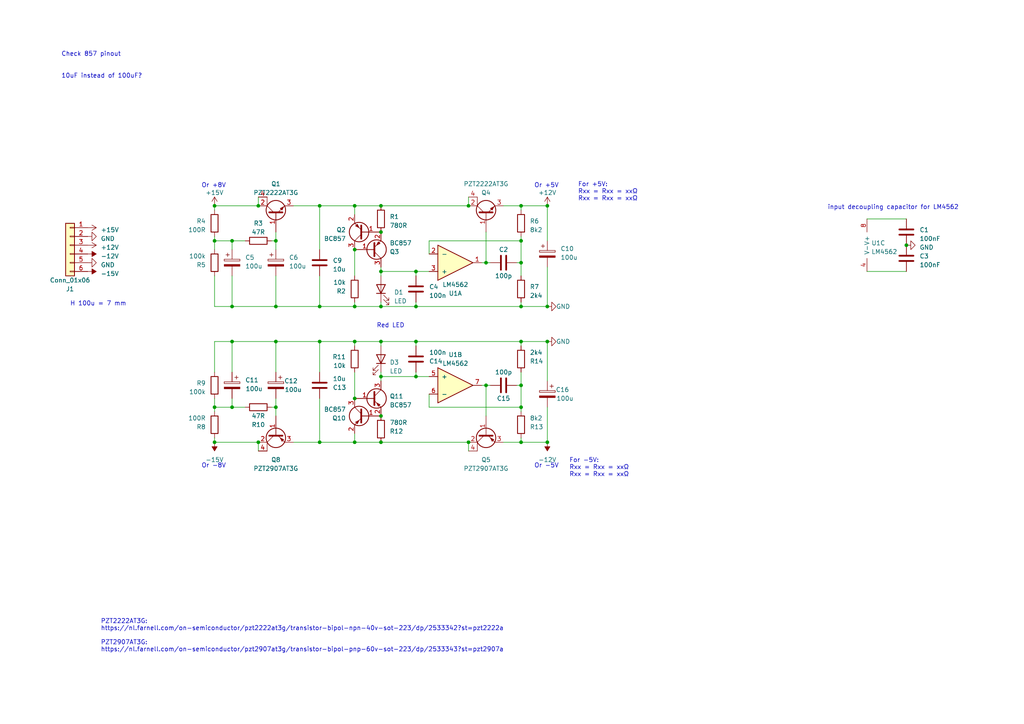
<source format=kicad_sch>
(kicad_sch (version 20230121) (generator eeschema)
  (paper "A4")
  (lib_symbols
    (symbol "Audio_DSP:LM4562" (pin_names (offset 1.016))
      (property "Reference" "U" (at 1.27 6.35 0))
      (property "Value" "LM4562" (at 3.81 3.81 0))
      (symbol "LM4562_1_1"
        (polyline (pts (xy -3.81 5.08) (xy 6.35 0) (xy -3.81 -5.08) (xy -3.81 5.08)) (stroke (width 0.254)) (fill (type background)))
        (pin output line (at 8.89 0 180) (length 2.54) (name "~") (number "1"))
        (pin input line (at -6.35 -2.54 0) (length 2.54) (name "-") (number "2"))
        (pin input line (at -6.35 2.54 0) (length 2.54) (name "+") (number "3"))
      )
      (symbol "LM4562_2_1"
        (polyline (pts (xy -3.81 5.08) (xy 6.35 0) (xy -3.81 -5.08) (xy -3.81 5.08)) (stroke (width 0.254)) (fill (type background)))
        (pin input line (at -6.35 2.54 0) (length 2.54) (name "+") (number "5"))
        (pin input line (at -6.35 -2.54 0) (length 2.54) (name "-") (number "6"))
        (pin output line (at 8.89 0 180) (length 2.54) (name "~") (number "7"))
      )
      (symbol "LM4562_3_1"
        (pin power_in line (at 0 -7.62 90) (length 3.81) (name "V-") (number "4"))
        (pin power_in line (at 0 7.62 270) (length 3.81) (name "V+") (number "8"))
      )
    )
    (symbol "Audio_DSP:PZT2222AT3G"
      (property "Reference" "Q" (at 6.35 1.27 0))
      (property "Value" "PZT2222AT3G" (at 11.43 -1.27 0))
      (symbol "PZT2222AT3G_0_1"
        (polyline (pts (xy -0.635 0.635) (xy 1.27 2.54)))
        (polyline (pts (xy 1.27 2.54) (xy 3.81 2.54)))
        (polyline (pts (xy -0.635 -0.635) (xy 1.27 -2.54) (xy 1.27 -2.54)))
        (polyline (pts (xy -0.635 1.905) (xy -0.635 -1.905) (xy -0.635 -1.905)) (stroke (width 0.508)))
        (polyline (pts (xy 0 -1.778) (xy 0.508 -1.27) (xy 1.016 -2.286) (xy 0 -1.778) (xy 0 -1.778)) (fill (type outline)))
        (circle (center 0 0) (radius 2.8194) (stroke (width 0.254)))
      )
      (symbol "PZT2222AT3G_1_1"
        (pin input line (at -6.35 0 0) (length 5.715) (name "") (number "1"))
        (pin passive line (at 1.27 5.08 270) (length 2.54) (name "") (number "2"))
        (pin passive line (at 1.27 -5.08 90) (length 2.54) (name "") (number "3"))
        (pin passive line (at 3.81 5.08 270) (length 2.54) (name "") (number "4"))
      )
    )
    (symbol "Audio_DSP:PZT2907AT3G"
      (property "Reference" "Q" (at 6.35 1.27 0))
      (property "Value" "PZT2907AT3G" (at 11.43 -1.27 0))
      (symbol "PZT2907AT3G_0_1"
        (polyline (pts (xy -0.635 0.635) (xy 1.27 2.54)))
        (polyline (pts (xy 1.27 2.54) (xy 3.81 2.54)))
        (polyline (pts (xy -0.635 -0.635) (xy 1.27 -2.54) (xy 1.27 -2.54)))
        (polyline (pts (xy -0.635 1.905) (xy -0.635 -1.905) (xy -0.635 -1.905)) (stroke (width 0.508)))
        (polyline (pts (xy 1.016 -1.778) (xy 0.508 -2.286) (xy 0 -1.27) (xy 1.016 -1.778) (xy 1.016 -1.778)) (fill (type outline)))
        (circle (center 0 0) (radius 2.8194) (stroke (width 0.254)))
      )
      (symbol "PZT2907AT3G_1_1"
        (pin input line (at -6.35 0 0) (length 5.715) (name "") (number "1"))
        (pin passive line (at 1.27 5.08 270) (length 2.54) (name "") (number "2"))
        (pin passive line (at 1.27 -5.08 90) (length 2.54) (name "") (number "3"))
        (pin passive line (at 3.81 5.08 270) (length 2.54) (name "") (number "4"))
      )
    )
    (symbol "Connector_Generic:Conn_01x06" (pin_names (offset 1.016) hide)
      (property "Reference" "J" (at 0 7.62 0))
      (property "Value" "Conn_01x06" (at 0 -10.16 0))
      (symbol "Conn_01x06_1_1"
        (rectangle (start -1.27 -7.493) (end 0 -7.747) (stroke (width 0.1524)))
        (rectangle (start -1.27 -4.953) (end 0 -5.207) (stroke (width 0.1524)))
        (rectangle (start -1.27 -2.413) (end 0 -2.667) (stroke (width 0.1524)))
        (rectangle (start -1.27 0.127) (end 0 -0.127) (stroke (width 0.1524)))
        (rectangle (start -1.27 2.667) (end 0 2.413) (stroke (width 0.1524)))
        (rectangle (start -1.27 5.207) (end 0 4.953) (stroke (width 0.1524)))
        (rectangle (start -1.27 6.35) (end 1.27 -8.89) (stroke (width 0.254)) (fill (type background)))
        (pin passive line (at -5.08 5.08 0) (length 3.81) (name "Pin_1") (number "1"))
        (pin passive line (at -5.08 2.54 0) (length 3.81) (name "Pin_2") (number "2"))
        (pin passive line (at -5.08 0 0) (length 3.81) (name "Pin_3") (number "3"))
        (pin passive line (at -5.08 -2.54 0) (length 3.81) (name "Pin_4") (number "4"))
        (pin passive line (at -5.08 -5.08 0) (length 3.81) (name "Pin_5") (number "5"))
        (pin passive line (at -5.08 -7.62 0) (length 3.81) (name "Pin_6") (number "6"))
      )
    )
    (symbol "Device:C" (pin_numbers hide) (pin_names (offset 0.254))
      (property "Reference" "C" (at 0.635 2.54 0))
      (property "Value" "C" (at 0.635 -2.54 0))
      (symbol "C_0_1"
        (polyline (pts (xy -2.032 -0.762) (xy 2.032 -0.762)) (stroke (width 0.508)))
        (polyline (pts (xy -2.032 0.762) (xy 2.032 0.762)) (stroke (width 0.508)))
      )
      (symbol "C_1_1"
        (pin passive line (at 0 3.81 270) (length 2.794) (name "~") (number "1"))
        (pin passive line (at 0 -3.81 90) (length 2.794) (name "~") (number "2"))
      )
    )
    (symbol "Device:C_Polarized" (pin_numbers hide) (pin_names (offset 0.254))
      (property "Reference" "C" (at 0.635 2.54 0))
      (property "Value" "C_Polarized" (at 0.635 -2.54 0))
      (symbol "C_Polarized_0_1"
        (rectangle (start -2.286 0.508) (end 2.286 1.016))
        (polyline (pts (xy -1.778 2.286) (xy -0.762 2.286)))
        (polyline (pts (xy -1.27 2.794) (xy -1.27 1.778)))
        (rectangle (start 2.286 -0.508) (end -2.286 -1.016) (fill (type outline)))
      )
      (symbol "C_Polarized_1_1"
        (pin passive line (at 0 3.81 270) (length 2.794) (name "~") (number "1"))
        (pin passive line (at 0 -3.81 90) (length 2.794) (name "~") (number "2"))
      )
    )
    (symbol "Device:LED" (pin_numbers hide) (pin_names (offset 1.016) hide)
      (property "Reference" "D" (at 0 2.54 0))
      (property "Value" "LED" (at 0 -2.54 0))
      (symbol "LED_0_1"
        (polyline (pts (xy -1.27 -1.27) (xy -1.27 1.27)) (stroke (width 0.254)))
        (polyline (pts (xy -1.27 0) (xy 1.27 0)))
        (polyline (pts (xy 1.27 -1.27) (xy 1.27 1.27) (xy -1.27 0) (xy 1.27 -1.27)) (stroke (width 0.254)))
        (polyline (pts (xy -3.048 -0.762) (xy -4.572 -2.286) (xy -3.81 -2.286) (xy -4.572 -2.286) (xy -4.572 -1.524)))
        (polyline (pts (xy -1.778 -0.762) (xy -3.302 -2.286) (xy -2.54 -2.286) (xy -3.302 -2.286) (xy -3.302 -1.524)))
      )
      (symbol "LED_1_1"
        (pin passive line (at -3.81 0 0) (length 2.54) (name "K") (number "1"))
        (pin passive line (at 3.81 0 180) (length 2.54) (name "A") (number "2"))
      )
    )
    (symbol "Device:R" (pin_numbers hide) (pin_names (offset 0))
      (property "Reference" "R" (at 2.032 0 90))
      (property "Value" "R" (at 0 0 90))
      (symbol "R_0_1"
        (rectangle (start -1.016 -2.54) (end 1.016 2.54) (stroke (width 0.254)))
      )
      (symbol "R_1_1"
        (pin passive line (at 0 3.81 270) (length 1.27) (name "~") (number "1"))
        (pin passive line (at 0 -3.81 90) (length 1.27) (name "~") (number "2"))
      )
    )
    (symbol "Transistor_BJT:BC857" (pin_names (offset 0) hide)
      (property "Reference" "Q" (at 5.08 1.905 0))
      (property "Value" "BC857" (at 5.08 0 0))
      (symbol "BC857_0_1"
        (polyline (pts (xy 0.635 0.635) (xy 2.54 2.54)))
        (polyline (pts (xy 0.635 -0.635) (xy 2.54 -2.54) (xy 2.54 -2.54)))
        (polyline (pts (xy 0.635 1.905) (xy 0.635 -1.905) (xy 0.635 -1.905)) (stroke (width 0.508)))
        (polyline (pts (xy 2.286 -1.778) (xy 1.778 -2.286) (xy 1.27 -1.27) (xy 2.286 -1.778) (xy 2.286 -1.778)) (fill (type outline)))
        (circle (center 1.27 0) (radius 2.8194) (stroke (width 0.254)))
      )
      (symbol "BC857_1_1"
        (pin input line (at -5.08 0 0) (length 5.715) (name "B") (number "1"))
        (pin passive line (at 2.54 -5.08 90) (length 2.54) (name "E") (number "2"))
        (pin passive line (at 2.54 5.08 270) (length 2.54) (name "C") (number "3"))
      )
    )
    (symbol "power:+12V" (power) (pin_names (offset 0))
      (property "Value" "+12V" (at 0 3.556 0))
      (symbol "+12V_0_1"
        (polyline (pts (xy -0.762 1.27) (xy 0 2.54)))
        (polyline (pts (xy 0 0) (xy 0 2.54)))
        (polyline (pts (xy 0 2.54) (xy 0.762 1.27)))
      )
      (symbol "+12V_1_1"
        (pin power_in line (at 0 0 90) (length 0) hide (name "+12V") (number "1"))
      )
    )
    (symbol "power:+15V" (power) (pin_names (offset 0))
      (property "Value" "+15V" (at 0 3.556 0))
      (symbol "+15V_0_1"
        (polyline (pts (xy -0.762 1.27) (xy 0 2.54)))
        (polyline (pts (xy 0 0) (xy 0 2.54)))
        (polyline (pts (xy 0 2.54) (xy 0.762 1.27)))
      )
      (symbol "+15V_1_1"
        (pin power_in line (at 0 0 90) (length 0) hide (name "+15V") (number "1"))
      )
    )
    (symbol "power:-12V" (power) (pin_names (offset 0))
      (property "Value" "-12V" (at 0 3.81 0))
      (symbol "-12V_0_0"
        (pin power_in line (at 0 0 90) (length 0) hide (name "-12V") (number "1"))
      )
      (symbol "-12V_0_1"
        (polyline (pts (xy 0 0) (xy 0 1.27) (xy 0.762 1.27) (xy 0 2.54) (xy -0.762 1.27) (xy 0 1.27)) (fill (type outline)))
      )
    )
    (symbol "power:-15V" (power) (pin_names (offset 0))
      (property "Value" "-15V" (at 0 3.81 0))
      (symbol "-15V_0_0"
        (pin power_in line (at 0 0 90) (length 0) hide (name "-15V") (number "1"))
      )
      (symbol "-15V_0_1"
        (polyline (pts (xy 0 0) (xy 0 1.27) (xy 0.762 1.27) (xy 0 2.54) (xy -0.762 1.27) (xy 0 1.27)) (fill (type outline)))
      )
    )
    (symbol "power:GND" (power) (pin_names (offset 0))
      (property "Value" "GND" (at 0 -3.81 0))
      (symbol "GND_0_1"
        (polyline (pts (xy 0 0) (xy 0 -1.27) (xy 1.27 -1.27) (xy 0 -2.54) (xy -1.27 -1.27) (xy 0 -1.27)))
      )
      (symbol "GND_1_1"
        (pin power_in line (at 0 0 270) (length 0) hide (name "GND") (number "1"))
      )
    )
  )
  (junction (at 62.23 128.27))
  (junction (at 80.01 69.85))
  (junction (at 120.65 109.22))
  (junction (at 151.13 99.06))
  (junction (at 62.23 118.11))
  (junction (at 80.01 99.06))
  (junction (at 110.49 67.31))
  (junction (at 92.71 128.27))
  (junction (at 110.49 109.22))
  (junction (at 140.97 111.76))
  (junction (at 158.75 99.06))
  (junction (at 67.31 88.9))
  (junction (at 80.01 88.9))
  (junction (at 110.49 99.06))
  (junction (at 151.13 128.27))
  (junction (at 74.93 59.69))
  (junction (at 62.23 59.69))
  (junction (at 102.87 88.9))
  (junction (at 135.89 128.27))
  (junction (at 102.87 99.06))
  (junction (at 102.87 115.57))
  (junction (at 158.75 88.9))
  (junction (at 102.87 59.69))
  (junction (at 158.75 59.69))
  (junction (at 158.75 128.27))
  (junction (at 140.97 76.2))
  (junction (at 135.89 59.69))
  (junction (at 151.13 59.69))
  (junction (at 151.13 76.2))
  (junction (at 102.87 72.39))
  (junction (at 110.49 88.9))
  (junction (at 62.23 69.85))
  (junction (at 120.65 88.9))
  (junction (at 151.13 88.9))
  (junction (at 110.49 59.69))
  (junction (at 67.31 99.06))
  (junction (at 67.31 69.85))
  (junction (at 110.49 128.27))
  (junction (at 151.13 111.76))
  (junction (at 80.01 118.11))
  (junction (at 92.71 99.06))
  (junction (at 110.49 78.74))
  (junction (at 92.71 59.69))
  (junction (at 120.65 78.74))
  (junction (at 151.13 69.85))
  (junction (at 102.87 128.27))
  (junction (at 262.89 71.12))
  (junction (at 151.13 118.11))
  (junction (at 110.49 120.65))
  (junction (at 92.71 88.9))
  (junction (at 120.65 99.06))
  (junction (at 74.93 128.27))
  (junction (at 67.31 118.11))
  (wire (pts (xy 135.89 130.81) (xy 135.89 128.27)))
  (wire (pts (xy 110.49 59.69) (xy 135.89 59.69)))
  (wire (pts (xy 102.87 88.9) (xy 110.49 88.9)))
  (wire (pts (xy 120.65 87.63) (xy 120.65 88.9)))
  (wire (pts (xy 67.31 88.9) (xy 80.01 88.9)))
  (wire (pts (xy 251.46 78.74) (xy 262.89 78.74)))
  (wire (pts (xy 62.23 69.85) (xy 62.23 68.58)))
  (wire (pts (xy 151.13 59.69) (xy 146.05 59.69)))
  (wire (pts (xy 74.93 57.15) (xy 74.93 59.69)))
  (wire (pts (xy 102.87 87.63) (xy 102.87 88.9)))
  (wire (pts (xy 124.46 69.85) (xy 151.13 69.85)))
  (wire (pts (xy 151.13 88.9) (xy 158.75 88.9)))
  (wire (pts (xy 67.31 69.85) (xy 67.31 72.39)))
  (wire (pts (xy 120.65 78.74) (xy 110.49 78.74)))
  (wire (pts (xy 151.13 111.76) (xy 151.13 107.95)))
  (wire (pts (xy 158.75 77.47) (xy 158.75 88.9)))
  (wire (pts (xy 151.13 59.69) (xy 151.13 60.96)))
  (wire (pts (xy 92.71 88.9) (xy 102.87 88.9)))
  (wire (pts (xy 92.71 59.69) (xy 102.87 59.69)))
  (wire (pts (xy 124.46 73.66) (xy 124.46 69.85)))
  (wire (pts (xy 80.01 80.01) (xy 80.01 88.9)))
  (wire (pts (xy 62.23 118.11) (xy 62.23 119.38)))
  (wire (pts (xy 62.23 99.06) (xy 62.23 107.95)))
  (wire (pts (xy 67.31 80.01) (xy 67.31 88.9)))
  (wire (pts (xy 110.49 88.9) (xy 120.65 88.9)))
  (wire (pts (xy 151.13 118.11) (xy 151.13 111.76)))
  (wire (pts (xy 102.87 107.95) (xy 102.87 115.57)))
  (wire (pts (xy 151.13 128.27) (xy 146.05 128.27)))
  (wire (pts (xy 92.71 128.27) (xy 102.87 128.27)))
  (wire (pts (xy 140.97 76.2) (xy 142.24 76.2)))
  (wire (pts (xy 80.01 88.9) (xy 92.71 88.9)))
  (wire (pts (xy 92.71 80.01) (xy 92.71 88.9)))
  (wire (pts (xy 251.46 63.5) (xy 262.89 63.5)))
  (wire (pts (xy 110.49 99.06) (xy 120.65 99.06)))
  (wire (pts (xy 62.23 127) (xy 62.23 128.27)))
  (wire (pts (xy 124.46 114.3) (xy 124.46 118.11)))
  (wire (pts (xy 62.23 69.85) (xy 67.31 69.85)))
  (wire (pts (xy 120.65 109.22) (xy 124.46 109.22)))
  (wire (pts (xy 80.01 118.11) (xy 80.01 115.57)))
  (wire (pts (xy 80.01 120.65) (xy 80.01 118.11)))
  (wire (pts (xy 110.49 128.27) (xy 135.89 128.27)))
  (wire (pts (xy 139.7 111.76) (xy 140.97 111.76)))
  (wire (pts (xy 120.65 78.74) (xy 124.46 78.74)))
  (wire (pts (xy 62.23 115.57) (xy 62.23 118.11)))
  (wire (pts (xy 120.65 88.9) (xy 151.13 88.9)))
  (wire (pts (xy 92.71 59.69) (xy 92.71 72.39)))
  (wire (pts (xy 151.13 68.58) (xy 151.13 69.85)))
  (wire (pts (xy 74.93 130.81) (xy 74.93 128.27)))
  (wire (pts (xy 62.23 60.96) (xy 62.23 59.69)))
  (wire (pts (xy 80.01 69.85) (xy 80.01 72.39)))
  (wire (pts (xy 149.86 111.76) (xy 151.13 111.76)))
  (wire (pts (xy 110.49 87.63) (xy 110.49 88.9)))
  (wire (pts (xy 139.7 76.2) (xy 140.97 76.2)))
  (wire (pts (xy 102.87 100.33) (xy 102.87 99.06)))
  (wire (pts (xy 67.31 99.06) (xy 80.01 99.06)))
  (wire (pts (xy 92.71 99.06) (xy 102.87 99.06)))
  (wire (pts (xy 135.89 57.15) (xy 135.89 59.69)))
  (wire (pts (xy 80.01 99.06) (xy 92.71 99.06)))
  (wire (pts (xy 85.09 128.27) (xy 92.71 128.27)))
  (wire (pts (xy 151.13 99.06) (xy 158.75 99.06)))
  (wire (pts (xy 110.49 78.74) (xy 110.49 77.47)))
  (wire (pts (xy 80.01 67.31) (xy 80.01 69.85)))
  (wire (pts (xy 67.31 99.06) (xy 62.23 99.06)))
  (wire (pts (xy 110.49 100.33) (xy 110.49 99.06)))
  (wire (pts (xy 92.71 128.27) (xy 92.71 115.57)))
  (wire (pts (xy 158.75 128.27) (xy 151.13 128.27)))
  (wire (pts (xy 62.23 88.9) (xy 62.23 80.01)))
  (wire (pts (xy 67.31 107.95) (xy 67.31 99.06)))
  (wire (pts (xy 110.49 80.01) (xy 110.49 78.74)))
  (wire (pts (xy 67.31 118.11) (xy 71.12 118.11)))
  (wire (pts (xy 78.74 118.11) (xy 80.01 118.11)))
  (wire (pts (xy 110.49 109.22) (xy 110.49 110.49)))
  (wire (pts (xy 85.09 59.69) (xy 92.71 59.69)))
  (wire (pts (xy 151.13 76.2) (xy 151.13 80.01)))
  (wire (pts (xy 158.75 110.49) (xy 158.75 99.06)))
  (wire (pts (xy 158.75 59.69) (xy 151.13 59.69)))
  (wire (pts (xy 62.23 59.69) (xy 74.93 59.69)))
  (wire (pts (xy 102.87 59.69) (xy 110.49 59.69)))
  (wire (pts (xy 102.87 62.23) (xy 102.87 59.69)))
  (wire (pts (xy 78.74 69.85) (xy 80.01 69.85)))
  (wire (pts (xy 124.46 118.11) (xy 151.13 118.11)))
  (wire (pts (xy 67.31 118.11) (xy 67.31 115.57)))
  (wire (pts (xy 80.01 107.95) (xy 80.01 99.06)))
  (wire (pts (xy 158.75 128.27) (xy 158.75 118.11)))
  (wire (pts (xy 62.23 72.39) (xy 62.23 69.85)))
  (wire (pts (xy 102.87 80.01) (xy 102.87 72.39)))
  (wire (pts (xy 102.87 99.06) (xy 110.49 99.06)))
  (wire (pts (xy 92.71 107.95) (xy 92.71 99.06)))
  (wire (pts (xy 140.97 76.2) (xy 140.97 67.31)))
  (wire (pts (xy 158.75 59.69) (xy 158.75 69.85)))
  (wire (pts (xy 151.13 100.33) (xy 151.13 99.06)))
  (wire (pts (xy 110.49 107.95) (xy 110.49 109.22)))
  (wire (pts (xy 140.97 111.76) (xy 142.24 111.76)))
  (wire (pts (xy 62.23 128.27) (xy 74.93 128.27)))
  (wire (pts (xy 120.65 99.06) (xy 151.13 99.06)))
  (wire (pts (xy 140.97 111.76) (xy 140.97 120.65)))
  (wire (pts (xy 67.31 88.9) (xy 62.23 88.9)))
  (wire (pts (xy 102.87 125.73) (xy 102.87 128.27)))
  (wire (pts (xy 120.65 80.01) (xy 120.65 78.74)))
  (wire (pts (xy 120.65 100.33) (xy 120.65 99.06)))
  (wire (pts (xy 151.13 69.85) (xy 151.13 76.2)))
  (wire (pts (xy 102.87 128.27) (xy 110.49 128.27)))
  (wire (pts (xy 151.13 119.38) (xy 151.13 118.11)))
  (wire (pts (xy 62.23 118.11) (xy 67.31 118.11)))
  (wire (pts (xy 67.31 69.85) (xy 71.12 69.85)))
  (wire (pts (xy 120.65 109.22) (xy 110.49 109.22)))
  (wire (pts (xy 120.65 107.95) (xy 120.65 109.22)))
  (wire (pts (xy 149.86 76.2) (xy 151.13 76.2)))
  (wire (pts (xy 151.13 128.27) (xy 151.13 127)))
  (wire (pts (xy 151.13 87.63) (xy 151.13 88.9)))
  (text "PZT2222AT3G:\nhttps://nl.farnell.com/on-semiconductor/pzt2222at3g/transistor-bipol-npn-40v-sot-223/dp/2533342?st=pzt2222a\n \nPZT2907AT3G:\nhttps://nl.farnell.com/on-semiconductor/pzt2907at3g/transistor-bipol-pnp-60v-sot-223/dp/2533343?st=pzt2907a" (at 29.21 189.23 0) (effects (font (size 1.27 1.27)) (justify left bottom)))
  (text "Or +5V" (at 154.94 54.61 0) (effects (font (size 1.27 1.27)) (justify left bottom)))
  (text "Check 857 pinout" (at 17.78 16.51 0) (effects (font (size 1.27 1.27)) (justify left bottom)))
  (text "For -5V:\nRxx = Rxx = xxΩ\nRxx = Rxx = xxΩ" (at 165.1 138.43 0) (effects (font (size 1.27 1.27)) (justify left bottom)))
  (text "Or -5V" (at 154.94 135.89 0) (effects (font (size 1.27 1.27)) (justify left bottom)))
  (text "For +5V:\nRxx = Rxx = xxΩ\nRxx = Rxx = xxΩ" (at 167.64 58.42 0) (effects (font (size 1.27 1.27)) (justify left bottom)))
  (text "Or -8V" (at 58.42 135.89 0) (effects (font (size 1.27 1.27)) (justify left bottom)))
  (text "input decoupling capacitor for LM4562\n" (at 240.03 60.96 0) (effects (font (size 1.27 1.27)) (justify left bottom)))
  (text "10uF instead of 100uF?" (at 17.78 22.86 0) (effects (font (size 1.27 1.27)) (justify left bottom)))
  (text "Or +8V" (at 58.42 54.61 0) (effects (font (size 1.27 1.27)) (justify left bottom)))
  (text "H 100u = 7 mm" (at 20.32 88.9 0) (effects (font (size 1.27 1.27)) (justify left bottom)))
  (text "Red LED" (at 109.22 95.25 0) (effects (font (size 1.27 1.27)) (justify left bottom)))
  (symbol (lib_id "Transistor_BJT:BC857") (at 105.41 120.65 0) (mirror y) (unit 1)
    (property "Reference" "Q10" (at 100.33 121.285 0) (effects (justify left)))
    (property "Value" "BC857" (at 100.33 118.745 0) (effects (justify left)))
    (property "Footprint" "Package_TO_SOT_SMD:SOT-23" (effects hide))
    (property "Datasheet" "https://www.onsemi.com/pub/Collateral/BC860-D.pdf" (effects hide))
  )
  (symbol (lib_id "Connector_Generic:Conn_01x06") (at 20.32 71.12 0) (mirror y) (unit 1)
    (property "Reference" "J1" (at 20.32 83.82 0))
    (property "Value" "Conn_01x06" (at 20.32 81.28 0))
    (property "Footprint" "Connector_PinHeader_2.54mm:PinHeader_1x06_P2.54mm_Horizontal" (effects hide))
  )
  (symbol (lib_id "power:GND") (at 158.75 99.06 90) (mirror x) (unit 1)
    (property "Reference" "#PWR015" (effects hide))
    (property "Value" "GND" (at 161.29 99.06 90) (effects (justify right)))
  )
  (symbol (lib_id "Audio_DSP:LM4562") (at 130.81 76.2 0) (mirror x) (unit 1)
    (property "Reference" "U1" (at 132.08 85.09 0))
    (property "Value" "LM4562" (at 132.08 82.55 0))
    (property "Footprint" "Package_SO:SOIC-8_3.9x4.9mm_P1.27mm" (effects hide))
    (property "Datasheet" "https://nl.farnell.com/texas-instruments/lm4562max-nopb/audio-amplifier-55mhz-20v-us-soic/dp/3004534?st=lm4562" (effects hide))
  )
  (symbol (lib_id "Device:R") (at 102.87 104.14 0) (mirror y) (unit 1)
    (property "Reference" "R11" (at 100.33 103.505 0) (effects (justify left)))
    (property "Value" "10k" (at 100.33 106.045 0) (effects (justify left)))
    (property "Footprint" "Resistor_SMD:R_0402_1005Metric" (effects hide))
  )
  (symbol (lib_id "Device:C") (at 262.89 74.93 0) (unit 1)
    (property "Reference" "C3" (at 266.7 74.295 0) (effects (justify left)))
    (property "Value" "100nF" (at 266.7 76.835 0) (effects (justify left)))
    (property "Footprint" "Capacitor_SMD:C_0402_1005Metric" (effects hide))
  )
  (symbol (lib_id "Device:C") (at 262.89 67.31 0) (unit 1)
    (property "Reference" "C1" (at 266.7 66.675 0) (effects (justify left)))
    (property "Value" "100nF" (at 266.7 69.215 0) (effects (justify left)))
    (property "Footprint" "Capacitor_SMD:C_0402_1005Metric" (effects hide))
  )
  (symbol (lib_id "Audio_DSP:PZT2222AT3G") (at 80.01 60.96 90) (unit 1)
    (property "Reference" "Q1" (at 80.01 53.34 90))
    (property "Value" "PZT2222AT3G" (at 80.01 55.88 90))
    (property "Footprint" "Package_TO_SOT_SMD:SOT-223" (effects hide))
    (property "Datasheet" "https://nl.farnell.com/on-semiconductor/pzt2222at3g/transistor-bipol-npn-40v-sot-223/dp/2533342?st=pzt2222a" (effects hide))
  )
  (symbol (lib_id "Device:C_Polarized") (at 67.31 111.76 0) (mirror y) (unit 1)
    (property "Reference" "C11" (at 71.12 110.236 0) (effects (justify right)))
    (property "Value" "100u" (at 82.55 113.03 0) (effects (justify right)))
    (property "Footprint" "Capacitor_THT:CP_Radial_D8.0mm_P3.50mm" (effects hide))
    (property "Datasheet" "https://nl.mouser.com/ProductDetail/Rubycon/25ML100MEFC8X7?qs=T3oQrply3y%252BTg1YES5rCUw%3D%3D" (effects hide))
  )
  (symbol (lib_id "power:+12V") (at 25.4 71.12 270) (unit 1)
    (property "Reference" "#PWR09" (effects hide))
    (property "Value" "+12V" (at 29.21 71.755 90) (effects (justify left)))
  )
  (symbol (lib_id "Audio_DSP:LM4562") (at 251.46 71.12 0) (unit 3)
    (property "Reference" "U1" (at 252.73 70.485 0) (effects (justify left)))
    (property "Value" "LM4562" (at 252.73 73.025 0) (effects (justify left)))
    (property "Footprint" "Package_SO:SOIC-8_3.9x4.9mm_P1.27mm" (effects hide))
    (property "Datasheet" "https://nl.farnell.com/texas-instruments/lm4562max-nopb/audio-amplifier-55mhz-20v-us-soic/dp/3004534?st=lm4562" (effects hide))
  )
  (symbol (lib_id "Transistor_BJT:BC857") (at 107.95 72.39 0) (mirror x) (unit 1)
    (property "Reference" "Q3" (at 113.03 73.025 0) (effects (justify left)))
    (property "Value" "BC857" (at 113.03 70.485 0) (effects (justify left)))
    (property "Footprint" "Package_TO_SOT_SMD:SOT-23" (effects hide))
    (property "Datasheet" "https://www.onsemi.com/pub/Collateral/BC860-D.pdf" (effects hide))
  )
  (symbol (lib_id "power:GND") (at 158.75 88.9 90) (unit 1)
    (property "Reference" "#PWR02" (effects hide))
    (property "Value" "GND" (at 161.29 88.9 90) (effects (justify right)))
  )
  (symbol (lib_id "power:-15V") (at 62.23 128.27 180) (unit 1)
    (property "Reference" "#PWR06" (effects hide))
    (property "Value" "-15V" (at 62.23 133.35 0))
  )
  (symbol (lib_id "Device:R") (at 74.93 118.11 90) (mirror x) (unit 1)
    (property "Reference" "R10" (at 74.93 123.19 90))
    (property "Value" "47R" (at 74.93 120.65 90))
    (property "Footprint" "Resistor_SMD:R_0402_1005Metric" (effects hide))
  )
  (symbol (lib_id "Device:C_Polarized") (at 80.01 111.76 0) (mirror y) (unit 1)
    (property "Reference" "C12" (at 86.36 110.49 0) (effects (justify left)))
    (property "Value" "100u" (at 76.2 112.776 0) (effects (justify left)))
    (property "Footprint" "Capacitor_THT:CP_Radial_D8.0mm_P3.50mm" (effects hide))
    (property "Datasheet" "https://nl.mouser.com/ProductDetail/Rubycon/25ML100MEFC8X7?qs=T3oQrply3y%252BTg1YES5rCUw%3D%3D" (effects hide))
  )
  (symbol (lib_id "Audio_DSP:PZT2222AT3G") (at 140.97 60.96 90) (unit 1)
    (property "Reference" "Q4" (at 140.97 55.88 90))
    (property "Value" "PZT2222AT3G" (at 140.97 53.34 90))
    (property "Footprint" "Package_TO_SOT_SMD:SOT-223" (effects hide))
    (property "Datasheet" "https://nl.farnell.com/on-semiconductor/pzt2222at3g/transistor-bipol-npn-40v-sot-223/dp/2533342?st=pzt2222a" (effects hide))
  )
  (symbol (lib_id "Device:C") (at 92.71 111.76 0) (mirror x) (unit 1)
    (property "Reference" "C13" (at 96.52 112.395 0) (effects (justify left)))
    (property "Value" "10u" (at 96.52 109.855 0) (effects (justify left)))
    (property "Footprint" "Capacitor_SMD:C_1210_3225Metric" (effects hide))
    (property "Datasheet" "https://nl.mouser.com/ProductDetail/Samsung-Electro-Mechanics/CL32B106KBJNNNE?qs=349EhDEZ59rXK%2FOM74I5cg%3D%3D&gclid=CjwKCAjwl6OiBhA2EiwAuUwWZYy_GgbSQvb2SQzcmFnxlRRdnYGql9iLX97MLmeCLFSWBB0pCR7pTBoCje8QAvD_BwE" (effects hide))
  )
  (symbol (lib_id "Device:C_Polarized") (at 80.01 76.2 0) (unit 1)
    (property "Reference" "C6" (at 83.82 74.676 0) (effects (justify left)))
    (property "Value" "100u" (at 83.82 77.216 0) (effects (justify left)))
    (property "Footprint" "Capacitor_THT:CP_Radial_D8.0mm_P3.50mm" (effects hide))
    (property "Datasheet" "https://nl.mouser.com/ProductDetail/Rubycon/25ML100MEFC8X7?qs=T3oQrply3y%252BTg1YES5rCUw%3D%3D" (effects hide))
  )
  (symbol (lib_id "Device:R") (at 110.49 124.46 0) (mirror x) (unit 1)
    (property "Reference" "R12" (at 113.03 125.095 0) (effects (justify left)))
    (property "Value" "780R" (at 113.03 122.555 0) (effects (justify left)))
    (property "Footprint" "Resistor_SMD:R_0402_1005Metric" (effects hide))
  )
  (symbol (lib_id "Device:LED") (at 110.49 104.14 270) (mirror x) (unit 1)
    (property "Reference" "D3" (at 113.03 105.0925 90) (effects (justify left)))
    (property "Value" "LED" (at 113.03 107.6325 90) (effects (justify left)))
  )
  (symbol (lib_id "Device:C_Polarized") (at 158.75 73.66 0) (unit 1)
    (property "Reference" "C10" (at 162.56 72.136 0) (effects (justify left)))
    (property "Value" "100u" (at 162.56 74.676 0) (effects (justify left)))
    (property "Footprint" "Capacitor_THT:CP_Radial_D8.0mm_P3.50mm" (effects hide))
    (property "Datasheet" "https://nl.mouser.com/ProductDetail/Rubycon/25ML100MEFC8X7?qs=T3oQrply3y%252BTg1YES5rCUw%3D%3D" (effects hide))
  )
  (symbol (lib_id "power:GND") (at 25.4 68.58 90) (unit 1)
    (property "Reference" "#PWR011" (effects hide))
    (property "Value" "GND" (at 29.21 69.215 90) (effects (justify right)))
  )
  (symbol (lib_id "Device:C") (at 146.05 76.2 270) (unit 1)
    (property "Reference" "C2" (at 146.05 72.39 90))
    (property "Value" "100p" (at 146.05 80.01 90))
    (property "Footprint" "Capacitor_SMD:C_0402_1005Metric" (effects hide))
  )
  (symbol (lib_id "Device:C") (at 120.65 83.82 0) (unit 1)
    (property "Reference" "C4" (at 124.46 83.185 0) (effects (justify left)))
    (property "Value" "100n" (at 124.46 85.725 0) (effects (justify left)))
    (property "Footprint" "Capacitor_SMD:C_0402_1005Metric" (effects hide))
    (property "Datasheet" "https://nl.mouser.com/ProductDetail/Murata-Electronics/GRM155R71H104KE14D?qs=sGAEpiMZZMvsSlwiRhF8qkiosXznb836lYH0b0rR9OM%3D" (effects hide))
  )
  (symbol (lib_id "Transistor_BJT:BC857") (at 107.95 115.57 0) (unit 1)
    (property "Reference" "Q11" (at 113.03 114.935 0) (effects (justify left)))
    (property "Value" "BC857" (at 113.03 117.475 0) (effects (justify left)))
    (property "Footprint" "Package_TO_SOT_SMD:SOT-23" (effects hide))
    (property "Datasheet" "https://www.onsemi.com/pub/Collateral/BC860-D.pdf" (effects hide))
  )
  (symbol (lib_id "power:-15V") (at 25.4 78.74 270) (unit 1)
    (property "Reference" "#PWR08" (effects hide))
    (property "Value" "-15V" (at 29.21 79.375 90) (effects (justify left)))
  )
  (symbol (lib_id "Audio_DSP:LM4562") (at 130.81 111.76 0) (unit 2)
    (property "Reference" "U1" (at 132.08 102.87 0))
    (property "Value" "LM4562" (at 132.08 105.41 0))
    (property "Footprint" "Package_SO:SOIC-8_3.9x4.9mm_P1.27mm" (effects hide))
    (property "Datasheet" "https://nl.farnell.com/texas-instruments/lm4562max-nopb/audio-amplifier-55mhz-20v-us-soic/dp/3004534?st=lm4562" (effects hide))
  )
  (symbol (lib_id "power:+15V") (at 25.4 66.04 270) (unit 1)
    (property "Reference" "#PWR07" (effects hide))
    (property "Value" "+15V" (at 29.21 66.675 90) (effects (justify left)))
  )
  (symbol (lib_id "power:GND") (at 25.4 76.2 90) (unit 1)
    (property "Reference" "#PWR012" (effects hide))
    (property "Value" "GND" (at 29.21 76.835 90) (effects (justify right)))
  )
  (symbol (lib_id "Device:C") (at 120.65 104.14 0) (mirror x) (unit 1)
    (property "Reference" "C14" (at 124.46 104.775 0) (effects (justify left)))
    (property "Value" "100n" (at 124.46 102.235 0) (effects (justify left)))
    (property "Footprint" "Capacitor_SMD:C_0402_1005Metric" (effects hide))
    (property "Datasheet" "https://nl.mouser.com/ProductDetail/Murata-Electronics/GRM155R71H104KE14D?qs=sGAEpiMZZMvsSlwiRhF8qkiosXznb836lYH0b0rR9OM%3D" (effects hide))
  )
  (symbol (lib_id "power:GND") (at 262.89 71.12 90) (unit 1)
    (property "Reference" "#PWR01" (effects hide))
    (property "Value" "GND" (at 266.7 71.755 90) (effects (justify right)))
  )
  (symbol (lib_id "Device:C_Polarized") (at 158.75 114.3 0) (mirror y) (unit 1)
    (property "Reference" "C16" (at 165.1 113.03 0) (effects (justify left)))
    (property "Value" "100u" (at 166.37 115.57 0) (effects (justify left)))
    (property "Footprint" "Capacitor_THT:CP_Radial_D8.0mm_P3.50mm" (effects hide))
    (property "Datasheet" "https://nl.mouser.com/ProductDetail/Rubycon/25ML100MEFC8X7?qs=T3oQrply3y%252BTg1YES5rCUw%3D%3D" (effects hide))
  )
  (symbol (lib_id "Device:LED") (at 110.49 83.82 90) (unit 1)
    (property "Reference" "D1" (at 114.3 84.7725 90) (effects (justify right)))
    (property "Value" "LED" (at 114.3 87.3125 90) (effects (justify right)))
  )
  (symbol (lib_id "Device:C") (at 146.05 111.76 270) (mirror x) (unit 1)
    (property "Reference" "C15" (at 146.05 115.57 90))
    (property "Value" "100p" (at 146.05 107.95 90))
    (property "Footprint" "Capacitor_SMD:C_0402_1005Metric" (effects hide))
  )
  (symbol (lib_id "Device:R") (at 74.93 69.85 90) (unit 1)
    (property "Reference" "R3" (at 74.93 64.77 90))
    (property "Value" "47R" (at 74.93 67.31 90))
    (property "Footprint" "Resistor_SMD:R_0402_1005Metric" (effects hide))
  )
  (symbol (lib_id "Device:R") (at 151.13 104.14 0) (mirror x) (unit 1)
    (property "Reference" "R14" (at 153.67 104.775 0) (effects (justify left)))
    (property "Value" "2k4" (at 153.67 102.235 0) (effects (justify left)))
    (property "Footprint" "Resistor_SMD:R_0402_1005Metric" (effects hide))
  )
  (symbol (lib_id "Audio_DSP:PZT2907AT3G") (at 140.97 127 90) (mirror x) (unit 1)
    (property "Reference" "Q5" (at 140.97 133.35 90))
    (property "Value" "PZT2907AT3G" (at 140.97 135.89 90))
    (property "Footprint" "Package_TO_SOT_SMD:SOT-223" (effects hide))
    (property "Datasheet" "https://nl.farnell.com/on-semiconductor/pzt2907at3g/transistor-bipol-pnp-60v-sot-223/dp/2533343?st=pzt2907a" (effects hide))
  )
  (symbol (lib_id "Device:R") (at 102.87 83.82 180) (unit 1)
    (property "Reference" "R2" (at 100.33 84.455 0) (effects (justify left)))
    (property "Value" "10k" (at 100.33 81.915 0) (effects (justify left)))
    (property "Footprint" "Resistor_SMD:R_0402_1005Metric" (effects hide))
  )
  (symbol (lib_id "Device:R") (at 62.23 123.19 180) (unit 1)
    (property "Reference" "R8" (at 59.69 123.825 0) (effects (justify left)))
    (property "Value" "100R" (at 59.69 121.285 0) (effects (justify left)))
    (property "Footprint" "Resistor_SMD:R_0402_1005Metric" (effects hide))
  )
  (symbol (lib_id "power:-12V") (at 25.4 73.66 270) (unit 1)
    (property "Reference" "#PWR010" (effects hide))
    (property "Value" "-12V" (at 29.21 74.295 90) (effects (justify left)))
  )
  (symbol (lib_id "Device:R") (at 62.23 111.76 0) (mirror y) (unit 1)
    (property "Reference" "R9" (at 59.69 111.125 0) (effects (justify left)))
    (property "Value" "100k" (at 59.69 113.665 0) (effects (justify left)))
    (property "Footprint" "Resistor_SMD:R_0402_1005Metric" (effects hide))
  )
  (symbol (lib_id "power:+12V") (at 158.75 59.69 0) (unit 1)
    (property "Reference" "#PWR03" (effects hide))
    (property "Value" "+12V" (at 158.75 55.88 0))
  )
  (symbol (lib_id "Audio_DSP:PZT2907AT3G") (at 80.01 127 90) (mirror x) (unit 1)
    (property "Reference" "Q8" (at 80.01 133.35 90))
    (property "Value" "PZT2907AT3G" (at 80.01 135.89 90))
    (property "Footprint" "Package_TO_SOT_SMD:SOT-223" (effects hide))
    (property "Datasheet" "https://nl.farnell.com/on-semiconductor/pzt2907at3g/transistor-bipol-pnp-60v-sot-223/dp/2533343?st=pzt2907a" (effects hide))
  )
  (symbol (lib_id "Device:R") (at 151.13 123.19 0) (mirror x) (unit 1)
    (property "Reference" "R13" (at 153.67 123.825 0) (effects (justify left)))
    (property "Value" "8k2" (at 153.67 121.285 0) (effects (justify left)))
    (property "Footprint" "Resistor_SMD:R_0402_1005Metric" (effects hide))
  )
  (symbol (lib_id "Device:R") (at 62.23 64.77 0) (mirror y) (unit 1)
    (property "Reference" "R4" (at 59.69 64.135 0) (effects (justify left)))
    (property "Value" "100R" (at 59.69 66.675 0) (effects (justify left)))
    (property "Footprint" "Resistor_SMD:R_0402_1005Metric" (effects hide))
  )
  (symbol (lib_id "Transistor_BJT:BC857") (at 105.41 67.31 180) (unit 1)
    (property "Reference" "Q2" (at 100.33 66.675 0) (effects (justify left)))
    (property "Value" "BC857" (at 100.33 69.215 0) (effects (justify left)))
    (property "Footprint" "Package_TO_SOT_SMD:SOT-23" (effects hide))
    (property "Datasheet" "https://www.onsemi.com/pub/Collateral/BC860-D.pdf" (effects hide))
  )
  (symbol (lib_id "power:-12V") (at 158.75 128.27 180) (unit 1)
    (property "Reference" "#PWR04" (effects hide))
    (property "Value" "-12V" (at 158.75 133.35 0))
  )
  (symbol (lib_id "Device:R") (at 151.13 64.77 0) (unit 1)
    (property "Reference" "R6" (at 153.67 64.135 0) (effects (justify left)))
    (property "Value" "8k2" (at 153.67 66.675 0) (effects (justify left)))
    (property "Footprint" "Resistor_SMD:R_0402_1005Metric" (effects hide))
  )
  (symbol (lib_id "Device:R") (at 62.23 76.2 180) (unit 1)
    (property "Reference" "R5" (at 59.69 76.835 0) (effects (justify left)))
    (property "Value" "100k" (at 59.69 74.295 0) (effects (justify left)))
    (property "Footprint" "Resistor_SMD:R_0402_1005Metric" (effects hide))
  )
  (symbol (lib_id "Device:C_Polarized") (at 67.31 76.2 0) (unit 1)
    (property "Reference" "C5" (at 71.12 74.676 0) (effects (justify left)))
    (property "Value" "100u" (at 71.12 77.216 0) (effects (justify left)))
    (property "Footprint" "Capacitor_THT:CP_Radial_D8.0mm_P3.50mm" (effects hide))
    (property "Datasheet" "https://nl.mouser.com/ProductDetail/Rubycon/25ML100MEFC8X7?qs=T3oQrply3y%252BTg1YES5rCUw%3D%3D" (effects hide))
  )
  (symbol (lib_id "Device:C") (at 92.71 76.2 0) (unit 1)
    (property "Reference" "C9" (at 96.52 75.565 0) (effects (justify left)))
    (property "Value" "10u" (at 96.52 78.105 0) (effects (justify left)))
    (property "Footprint" "Capacitor_SMD:C_1210_3225Metric" (effects hide))
    (property "Datasheet" "https://nl.mouser.com/ProductDetail/Samsung-Electro-Mechanics/CL32B106KBJNNNE?qs=349EhDEZ59rXK%2FOM74I5cg%3D%3D&gclid=CjwKCAjwl6OiBhA2EiwAuUwWZYy_GgbSQvb2SQzcmFnxlRRdnYGql9iLX97MLmeCLFSWBB0pCR7pTBoCje8QAvD_BwE" (effects hide))
  )
  (symbol (lib_id "Device:R") (at 110.49 63.5 0) (unit 1)
    (property "Reference" "R1" (at 113.03 62.865 0) (effects (justify left)))
    (property "Value" "780R" (at 113.03 65.405 0) (effects (justify left)))
    (property "Footprint" "Resistor_SMD:R_0402_1005Metric" (effects hide))
  )
  (symbol (lib_id "Device:R") (at 151.13 83.82 0) (unit 1)
    (property "Reference" "R7" (at 153.67 83.185 0) (effects (justify left)))
    (property "Value" "2k4" (at 153.67 85.725 0) (effects (justify left)))
    (property "Footprint" "Resistor_SMD:R_0402_1005Metric" (effects hide))
  )
  (symbol (lib_id "power:+15V") (at 62.23 59.69 0) (unit 1)
    (property "Reference" "#PWR05" (effects hide))
    (property "Value" "+15V" (at 62.23 55.88 0))
  )
)
</source>
